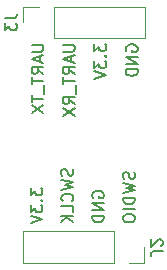
<source format=gbr>
G04 #@! TF.GenerationSoftware,KiCad,Pcbnew,5.1.5-52549c5~84~ubuntu19.04.1*
G04 #@! TF.CreationDate,2020-02-16T02:46:56+01:00*
G04 #@! TF.ProjectId,ilulissat_debug,696c756c-6973-4736-9174-5f6465627567,rev?*
G04 #@! TF.SameCoordinates,Original*
G04 #@! TF.FileFunction,Legend,Bot*
G04 #@! TF.FilePolarity,Positive*
%FSLAX46Y46*%
G04 Gerber Fmt 4.6, Leading zero omitted, Abs format (unit mm)*
G04 Created by KiCad (PCBNEW 5.1.5-52549c5~84~ubuntu19.04.1) date 2020-02-16 02:46:56*
%MOMM*%
%LPD*%
G04 APERTURE LIST*
%ADD10C,0.150000*%
%ADD11C,0.120000*%
G04 APERTURE END LIST*
D10*
X154502380Y-107517857D02*
X154502380Y-108136905D01*
X154883333Y-107803571D01*
X154883333Y-107946428D01*
X154930952Y-108041667D01*
X154978571Y-108089286D01*
X155073809Y-108136905D01*
X155311904Y-108136905D01*
X155407142Y-108089286D01*
X155454761Y-108041667D01*
X155502380Y-107946428D01*
X155502380Y-107660714D01*
X155454761Y-107565476D01*
X155407142Y-107517857D01*
X155407142Y-108565476D02*
X155454761Y-108613095D01*
X155502380Y-108565476D01*
X155454761Y-108517857D01*
X155407142Y-108565476D01*
X155502380Y-108565476D01*
X154502380Y-108946428D02*
X154502380Y-109565476D01*
X154883333Y-109232143D01*
X154883333Y-109375000D01*
X154930952Y-109470238D01*
X154978571Y-109517857D01*
X155073809Y-109565476D01*
X155311904Y-109565476D01*
X155407142Y-109517857D01*
X155454761Y-109470238D01*
X155502380Y-109375000D01*
X155502380Y-109089286D01*
X155454761Y-108994048D01*
X155407142Y-108946428D01*
X154502380Y-109851190D02*
X155502380Y-110184524D01*
X154502380Y-110517857D01*
X158063094Y-105898809D02*
X158110713Y-106041666D01*
X158110713Y-106279761D01*
X158063094Y-106374999D01*
X158015475Y-106422618D01*
X157920237Y-106470237D01*
X157824999Y-106470237D01*
X157729761Y-106422618D01*
X157682142Y-106374999D01*
X157634523Y-106279761D01*
X157586904Y-106089285D01*
X157539285Y-105994047D01*
X157491666Y-105946428D01*
X157396428Y-105898809D01*
X157301190Y-105898809D01*
X157205952Y-105946428D01*
X157158333Y-105994047D01*
X157110713Y-106089285D01*
X157110713Y-106327380D01*
X157158333Y-106470237D01*
X157110713Y-106803571D02*
X158110713Y-107041666D01*
X157396428Y-107232142D01*
X158110713Y-107422618D01*
X157110713Y-107660714D01*
X158015475Y-108613094D02*
X158063094Y-108565475D01*
X158110713Y-108422618D01*
X158110713Y-108327380D01*
X158063094Y-108184523D01*
X157967856Y-108089285D01*
X157872618Y-108041666D01*
X157682142Y-107994047D01*
X157539285Y-107994047D01*
X157348809Y-108041666D01*
X157253571Y-108089285D01*
X157158333Y-108184523D01*
X157110713Y-108327380D01*
X157110713Y-108422618D01*
X157158333Y-108565475D01*
X157205952Y-108613094D01*
X158110713Y-109517856D02*
X158110713Y-109041666D01*
X157110713Y-109041666D01*
X158110713Y-109851190D02*
X157110713Y-109851190D01*
X158110713Y-110422618D02*
X157539285Y-109994047D01*
X157110713Y-110422618D02*
X157682142Y-109851190D01*
X159766666Y-108327381D02*
X159719046Y-108232143D01*
X159719046Y-108089286D01*
X159766666Y-107946428D01*
X159861904Y-107851190D01*
X159957142Y-107803571D01*
X160147618Y-107755952D01*
X160290475Y-107755952D01*
X160480951Y-107803571D01*
X160576189Y-107851190D01*
X160671427Y-107946428D01*
X160719046Y-108089286D01*
X160719046Y-108184524D01*
X160671427Y-108327381D01*
X160623808Y-108375000D01*
X160290475Y-108375000D01*
X160290475Y-108184524D01*
X160719046Y-108803571D02*
X159719046Y-108803571D01*
X160719046Y-109375000D01*
X159719046Y-109375000D01*
X160719046Y-109851190D02*
X159719046Y-109851190D01*
X159719046Y-110089286D01*
X159766666Y-110232143D01*
X159861904Y-110327381D01*
X159957142Y-110375000D01*
X160147618Y-110422619D01*
X160290475Y-110422619D01*
X160480951Y-110375000D01*
X160576189Y-110327381D01*
X160671427Y-110232143D01*
X160719046Y-110089286D01*
X160719046Y-109851190D01*
X163279761Y-106184523D02*
X163327380Y-106327380D01*
X163327380Y-106565475D01*
X163279761Y-106660713D01*
X163232142Y-106708332D01*
X163136904Y-106755951D01*
X163041666Y-106755951D01*
X162946428Y-106708332D01*
X162898809Y-106660713D01*
X162851190Y-106565475D01*
X162803571Y-106374999D01*
X162755952Y-106279761D01*
X162708333Y-106232142D01*
X162613095Y-106184523D01*
X162517857Y-106184523D01*
X162422619Y-106232142D01*
X162375000Y-106279761D01*
X162327380Y-106374999D01*
X162327380Y-106613094D01*
X162375000Y-106755951D01*
X162327380Y-107089285D02*
X163327380Y-107327380D01*
X162613095Y-107517856D01*
X163327380Y-107708332D01*
X162327380Y-107946428D01*
X163327380Y-108327380D02*
X162327380Y-108327380D01*
X162327380Y-108565475D01*
X162375000Y-108708332D01*
X162470238Y-108803571D01*
X162565476Y-108851190D01*
X162755952Y-108898809D01*
X162898809Y-108898809D01*
X163089285Y-108851190D01*
X163184523Y-108803571D01*
X163279761Y-108708332D01*
X163327380Y-108565475D01*
X163327380Y-108327380D01*
X163327380Y-109327380D02*
X162327380Y-109327380D01*
X162327380Y-109994047D02*
X162327380Y-110184523D01*
X162375000Y-110279761D01*
X162470238Y-110374999D01*
X162660714Y-110422618D01*
X162994047Y-110422618D01*
X163184523Y-110374999D01*
X163279761Y-110279761D01*
X163327380Y-110184523D01*
X163327380Y-109994047D01*
X163279761Y-109898809D01*
X163184523Y-109803571D01*
X162994047Y-109755951D01*
X162660714Y-109755951D01*
X162470238Y-109803571D01*
X162375000Y-109898809D01*
X162327380Y-109994047D01*
X154577380Y-95391666D02*
X155386904Y-95391666D01*
X155482142Y-95439285D01*
X155529761Y-95486904D01*
X155577380Y-95582142D01*
X155577380Y-95772619D01*
X155529761Y-95867857D01*
X155482142Y-95915476D01*
X155386904Y-95963095D01*
X154577380Y-95963095D01*
X155291666Y-96391666D02*
X155291666Y-96867857D01*
X155577380Y-96296428D02*
X154577380Y-96629761D01*
X155577380Y-96963095D01*
X155577380Y-97867857D02*
X155101190Y-97534523D01*
X155577380Y-97296428D02*
X154577380Y-97296428D01*
X154577380Y-97677380D01*
X154625000Y-97772619D01*
X154672619Y-97820238D01*
X154767857Y-97867857D01*
X154910714Y-97867857D01*
X155005952Y-97820238D01*
X155053571Y-97772619D01*
X155101190Y-97677380D01*
X155101190Y-97296428D01*
X154577380Y-98153571D02*
X154577380Y-98725000D01*
X155577380Y-98439285D02*
X154577380Y-98439285D01*
X155672619Y-98820238D02*
X155672619Y-99582142D01*
X154577380Y-99677380D02*
X154577380Y-100248809D01*
X155577380Y-99963095D02*
X154577380Y-99963095D01*
X154577380Y-100486904D02*
X155577380Y-101153571D01*
X154577380Y-101153571D02*
X155577380Y-100486904D01*
X157235713Y-95391666D02*
X158045237Y-95391666D01*
X158140475Y-95439285D01*
X158188094Y-95486904D01*
X158235713Y-95582142D01*
X158235713Y-95772618D01*
X158188094Y-95867856D01*
X158140475Y-95915475D01*
X158045237Y-95963094D01*
X157235713Y-95963094D01*
X157949999Y-96391666D02*
X157949999Y-96867856D01*
X158235713Y-96296427D02*
X157235713Y-96629761D01*
X158235713Y-96963094D01*
X158235713Y-97867856D02*
X157759523Y-97534523D01*
X158235713Y-97296427D02*
X157235713Y-97296427D01*
X157235713Y-97677380D01*
X157283333Y-97772618D01*
X157330952Y-97820237D01*
X157426190Y-97867856D01*
X157569047Y-97867856D01*
X157664285Y-97820237D01*
X157711904Y-97772618D01*
X157759523Y-97677380D01*
X157759523Y-97296427D01*
X157235713Y-98153570D02*
X157235713Y-98724999D01*
X158235713Y-98439285D02*
X157235713Y-98439285D01*
X158330952Y-98820237D02*
X158330952Y-99582142D01*
X158235713Y-100391666D02*
X157759523Y-100058332D01*
X158235713Y-99820237D02*
X157235713Y-99820237D01*
X157235713Y-100201189D01*
X157283333Y-100296427D01*
X157330952Y-100344047D01*
X157426190Y-100391666D01*
X157569047Y-100391666D01*
X157664285Y-100344047D01*
X157711904Y-100296427D01*
X157759523Y-100201189D01*
X157759523Y-99820237D01*
X157235713Y-100724999D02*
X158235713Y-101391666D01*
X157235713Y-101391666D02*
X158235713Y-100724999D01*
X159894046Y-95296428D02*
X159894046Y-95915476D01*
X160274999Y-95582142D01*
X160274999Y-95724999D01*
X160322618Y-95820238D01*
X160370237Y-95867857D01*
X160465475Y-95915476D01*
X160703570Y-95915476D01*
X160798808Y-95867857D01*
X160846427Y-95820238D01*
X160894046Y-95724999D01*
X160894046Y-95439285D01*
X160846427Y-95344047D01*
X160798808Y-95296428D01*
X160798808Y-96344047D02*
X160846427Y-96391666D01*
X160894046Y-96344047D01*
X160846427Y-96296428D01*
X160798808Y-96344047D01*
X160894046Y-96344047D01*
X159894046Y-96724999D02*
X159894046Y-97344047D01*
X160274999Y-97010714D01*
X160274999Y-97153571D01*
X160322618Y-97248809D01*
X160370237Y-97296428D01*
X160465475Y-97344047D01*
X160703570Y-97344047D01*
X160798808Y-97296428D01*
X160846427Y-97248809D01*
X160894046Y-97153571D01*
X160894046Y-96867857D01*
X160846427Y-96772619D01*
X160798808Y-96724999D01*
X159894046Y-97629761D02*
X160894046Y-97963095D01*
X159894046Y-98296428D01*
X162600000Y-95937975D02*
X162552380Y-95842737D01*
X162552380Y-95699880D01*
X162600000Y-95557023D01*
X162695238Y-95461785D01*
X162790476Y-95414166D01*
X162980952Y-95366547D01*
X163123809Y-95366547D01*
X163314285Y-95414166D01*
X163409523Y-95461785D01*
X163504761Y-95557023D01*
X163552380Y-95699880D01*
X163552380Y-95795118D01*
X163504761Y-95937975D01*
X163457142Y-95985594D01*
X163123809Y-95985594D01*
X163123809Y-95795118D01*
X163552380Y-96414166D02*
X162552380Y-96414166D01*
X163552380Y-96985594D01*
X162552380Y-96985594D01*
X163552380Y-97461785D02*
X162552380Y-97461785D01*
X162552380Y-97699880D01*
X162600000Y-97842737D01*
X162695238Y-97937975D01*
X162790476Y-97985594D01*
X162980952Y-98033213D01*
X163123809Y-98033213D01*
X163314285Y-97985594D01*
X163409523Y-97937975D01*
X163504761Y-97842737D01*
X163552380Y-97699880D01*
X163552380Y-97461785D01*
D11*
X153870000Y-92170000D02*
X153870000Y-93500000D01*
X155200000Y-92170000D02*
X153870000Y-92170000D01*
X156470000Y-92170000D02*
X156470000Y-94830000D01*
X156470000Y-94830000D02*
X164150000Y-94830000D01*
X156470000Y-92170000D02*
X164150000Y-92170000D01*
X164150000Y-92170000D02*
X164150000Y-94830000D01*
X164130000Y-113855000D02*
X164130000Y-112525000D01*
X162800000Y-113855000D02*
X164130000Y-113855000D01*
X161530000Y-113855000D02*
X161530000Y-111195000D01*
X161530000Y-111195000D02*
X153850000Y-111195000D01*
X161530000Y-113855000D02*
X153850000Y-113855000D01*
X153850000Y-113855000D02*
X153850000Y-111195000D01*
D10*
X152322380Y-93166666D02*
X153036666Y-93166666D01*
X153179523Y-93119047D01*
X153274761Y-93023809D01*
X153322380Y-92880952D01*
X153322380Y-92785714D01*
X152322380Y-93547619D02*
X152322380Y-94166666D01*
X152703333Y-93833333D01*
X152703333Y-93976190D01*
X152750952Y-94071428D01*
X152798571Y-94119047D01*
X152893809Y-94166666D01*
X153131904Y-94166666D01*
X153227142Y-94119047D01*
X153274761Y-94071428D01*
X153322380Y-93976190D01*
X153322380Y-93690476D01*
X153274761Y-93595238D01*
X153227142Y-93547619D01*
X165677619Y-112858333D02*
X164963333Y-112858333D01*
X164820476Y-112905952D01*
X164725238Y-113001190D01*
X164677619Y-113144047D01*
X164677619Y-113239285D01*
X165582380Y-112429761D02*
X165630000Y-112382142D01*
X165677619Y-112286904D01*
X165677619Y-112048809D01*
X165630000Y-111953571D01*
X165582380Y-111905952D01*
X165487142Y-111858333D01*
X165391904Y-111858333D01*
X165249047Y-111905952D01*
X164677619Y-112477380D01*
X164677619Y-111858333D01*
M02*

</source>
